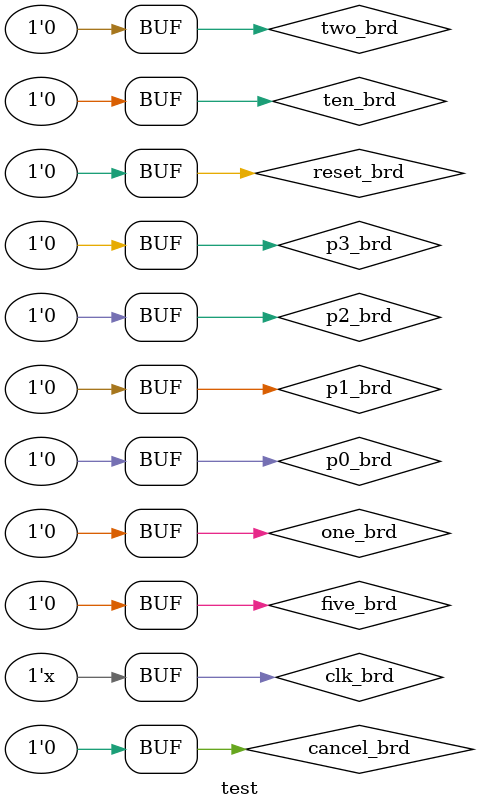
<source format=v>
`timescale 1ns / 1ps


module test;

	// Inputs
	reg clk_brd;
	reg reset_brd;
	reg cancel_brd;
	reg ten_brd;
	reg one_brd;
	reg five_brd;
	reg two_brd;
	reg p0_brd;
	reg p1_brd;
	reg p2_brd;
	reg p3_brd;

	// Outputs
	wire power_brd;
	wire used_brd;
	wire get_brd;
	wire back_brd;
	wire [7:0] seg_brd;
	wire [7:0] an;

	// Instantiate the Unit Under Test (UUT)
	top_module uut (
		.clk_brd(clk_brd), 
		.reset_brd(reset_brd), 
		.cancel_brd(cancel_brd), 
		.ten_brd(ten_brd), 
		.one_brd(one_brd), 
		.five_brd(five_brd), 
		.two_brd(two_brd), 
		.p0_brd(p0_brd), 
		.p1_brd(p1_brd), 
		.p2_brd(p2_brd), 
		.p3_brd(p3_brd), 
		.power_brd(power_brd), 
		.used_brd(used_brd), 
		.get_brd(get_brd), 
		.back_brd(back_brd), 
		.seg_brd(seg_brd), 
		.an(an)
	);

	initial begin
		// Initialize Inputs
		clk_brd = 0;
		reset_brd = 0;
		cancel_brd = 0;
		ten_brd = 0;
		one_brd = 0;
		five_brd = 0;
		two_brd = 0;
		p0_brd = 0;
		p1_brd = 0;
		p2_brd = 0;
		p3_brd = 0;

		// Wait 100 ns for global reset to finish
		#100;
        
		// Add stimulus here
		#100 one_brd =1;
		#100 one_brd =0;
		#100 two_brd =1;
		#100 two_brd =0;
		#100 five_brd =1;
		#100 five_brd =0;
		#100 p1_brd = 1;
		#100 p1_brd = 0;
	end
   always begin
	#5	clk_brd = ~clk_brd;
	end
	
endmodule


</source>
